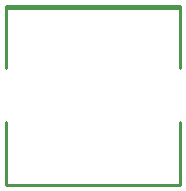
<source format=gbr>
G04 start of page 7 for group -4079 idx -4079 *
G04 Title: (unknown), topsilk *
G04 Creator: pcb 20110918 *
G04 CreationDate: Fri Feb 15 16:34:18 2013 UTC *
G04 For: fosse *
G04 Format: Gerber/RS-274X *
G04 PCB-Dimensions: 600000 500000 *
G04 PCB-Coordinate-Origin: lower left *
%MOIN*%
%FSLAX25Y25*%
%LNTOPSILK*%
%ADD30C,0.0100*%
G54D30*X66787Y314441D02*X124787D01*
X66787Y374141D02*Y353291D01*
Y314441D02*Y335291D01*
X124787Y374141D02*X66787D01*
X124787Y314441D02*Y335291D01*
Y374141D02*Y353291D01*
X66787Y373307D02*X124787D01*
X124787Y373307D01*
M02*

</source>
